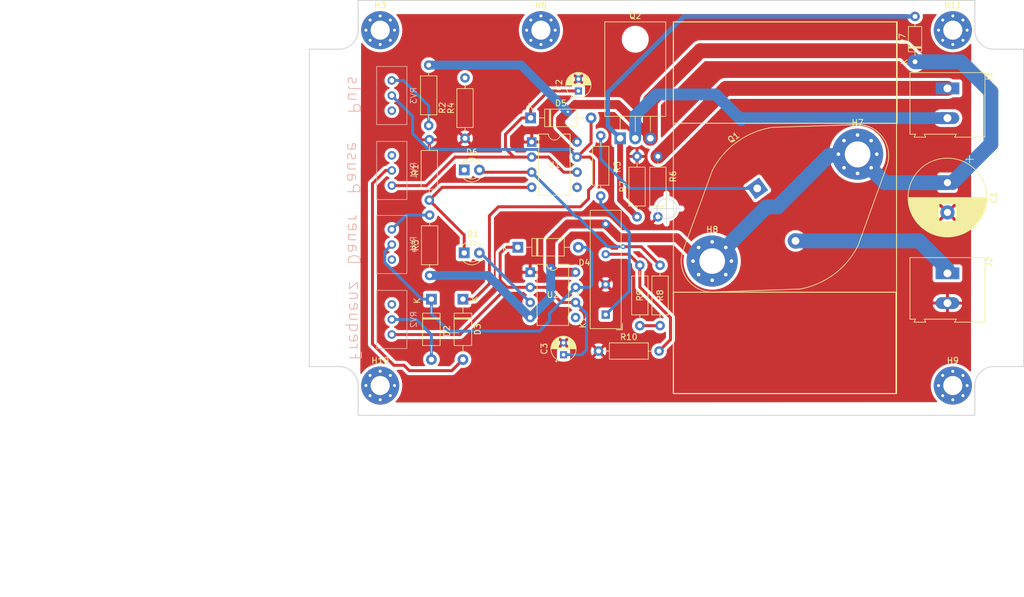
<source format=kicad_pcb>
(kicad_pcb (version 20211014) (generator pcbnew)
  (layers (0 "F.Cu" signal) (31 "B.Cu" signal) (34 "B.Paste" user) (35 "F.Paste" user) (36 "B.SilkS" user "B.Silkscreen") (37 "F.SilkS" user "F.Silkscreen") (38 "B.Mask" user) (39 "F.Mask" user) (44 "Edge.Cuts" user))
  (net 0 "")
  (net 1 "+12V")
  (net 2 "GND")
  (net 3 "Net-(C2-Pad1)")
  (net 4 "Net-(C3-Pad1)")
  (net 5 "Net-(D1-Pad1)")
  (net 6 "Net-(D1-Pad2)")
  (net 7 "Net-(D2-Pad1)")
  (net 8 "Net-(D2-Pad2)")
  (net 9 "Net-(D3-Pad1)")
  (net 10 "Net-(D3-Pad2)")
  (net 11 "Net-(D6-Pad1)")
  (net 12 "Net-(D6-Pad2)")
  (net 13 "Net-(K1-Pad1)")
  (net 14 "Net-(R2-Pad2)")
  (net 15 "Net-(R3-Pad2)")
  (net 22 "Net-(D7-Pad2)")
  (net 23 "/PowerIn-")
  (net 24 "/PowerIn+")
  (net 25 "Net-(Q1-Pad1)")
  (net 26 "Net-(Q1-Pad2)")
  (net 27 "Net-(K1-Pad5)")
  (net 28 "Net-(R8-Pad1)")
  (footprint "Package_DIP:DIP-8_W7.62mm" (layer "F.Cu") (at 134.15 83.33)
    (fp_text reference "U1" (at 3.8 3.8) (layer "F.SilkS"))
    (fp_text value "LM555xN")
    (pad "1" thru_hole rect (at 0 0) (size 1.6 1.6) (drill 0.8) (layers *.Cu *.Mask) (net 2 "GND"))
    (pad "2" thru_hole oval (at 0 2.54) (size 1.6 1.6) (drill 0.8) (layers *.Cu *.Mask) (net 3 "Net-(C2-Pad1)"))
    (pad "3" thru_hole oval (at 0 5.08) (size 1.6 1.6) (drill 0.8) (layers *.Cu *.Mask) (net 12 "Net-(D6-Pad2)"))
    (pad "4" thru_hole oval (at 0 7.62) (size 1.6 1.6) (drill 0.8) (layers *.Cu *.Mask) (net 5 "Net-(D1-Pad1)"))
    (pad "5" thru_hole oval (at 7.62 7.62) (size 1.6 1.6) (drill 0.8) (layers *.Cu *.Mask))
    (pad "6" thru_hole oval (at 7.62 5.08) (size 1.6 1.6) (drill 0.8) (layers *.Cu *.Mask) (net 3 "Net-(C2-Pad1)"))
    (pad "7" thru_hole oval (at 7.62 2.54) (size 1.6 1.6) (drill 0.8) (layers *.Cu *.Mask) (net 9 "Net-(D3-Pad1)"))
    (pad "8" thru_hole oval (at 7.62 0) (size 1.6 1.6) (drill 0.8) (layers *.Cu *.Mask) (net 1 "+12V"))
  )
  (footprint "Package_TO_SOT_THT:TO-3" (layer "F.Cu") (at 172.050001 91.130001 36)
    (fp_text reference "Q1" (at 1.8 -9.25 36) (layer "F.SilkS"))
    (fp_text value "Q_NPN_Darlington_BEC")
    (pad "1" thru_hole rect (at 0 0 36) (size 2.6 2.6) (drill 1.3) (layers *.Cu *.Mask) (net 25 "Net-(Q1-Pad1)"))
    (pad "2" thru_hole circle (at 0 10.92 36) (size 2.6 2.6) (drill 1.3) (layers *.Cu *.Mask) (net 26 "Net-(Q1-Pad2)"))
    (pad "3" thru_hole circle (at -13.3 5.45 36) (size 6.35 6.35) (drill 4) (layers *.Cu *.Mask) (net 1 "+12V"))
    (pad "3" thru_hole circle (at 16.9 5.45 36) (size 6.35 6.35) (drill 4) (layers *.Cu *.Mask) (net 1 "+12V"))
  )
  (footprint "Resistor_THT:R_Axial_DIN0207_L6.3mm_D2.5mm_P10.16mm_Horizontal" (layer "F.Cu") (at 152.3175 104.0525 -90)
    (fp_text reference "R9" (at 5.08 0 90) (layer "F.SilkS"))
    (fp_text value "R")
    (pad "1" thru_hole circle (at 0 0 270) (size 1.6 1.6) (drill 0.8) (layers *.Cu *.Mask) (net 27 "Net-(K1-Pad5)"))
    (pad "2" thru_hole oval (at 10.16 0 270) (size 1.6 1.6) (drill 0.8) (layers *.Cu *.Mask) (net 28 "Net-(R8-Pad1)"))
  )
  (footprint "MountingHole:MountingHole_3.2mm_M3_Pad_Via" (layer "F.Cu") (at 204.9 64.53)
    (fp_text reference "H11" (at 0 -4.2) (layer "F.SilkS"))
    (fp_text value "MountingHole")
    (pad "1" thru_hole circle (at -2.4 0) (size 0.8 0.8) (drill 0.5) (layers *.Cu *.Mask))
    (pad "1" thru_hole circle (at 2.4 0) (size 0.8 0.8) (drill 0.5) (layers *.Cu *.Mask))
    (pad "1" thru_hole circle (at 0 0) (size 6.4 6.4) (drill 3.2) (layers *.Cu *.Mask))
    (pad "1" thru_hole circle (at 1.697056 1.697056) (size 0.8 0.8) (drill 0.5) (layers *.Cu *.Mask))
    (pad "1" thru_hole circle (at -1.697056 -1.697056) (size 0.8 0.8) (drill 0.5) (layers *.Cu *.Mask))
    (pad "1" thru_hole circle (at 0 2.4) (size 0.8 0.8) (drill 0.5) (layers *.Cu *.Mask))
    (pad "1" thru_hole circle (at -1.697056 1.697056) (size 0.8 0.8) (drill 0.5) (layers *.Cu *.Mask))
    (pad "1" thru_hole circle (at 1.697056 -1.697056) (size 0.8 0.8) (drill 0.5) (layers *.Cu *.Mask))
    (pad "1" thru_hole circle (at 0 -2.4) (size 0.8 0.8) (drill 0.5) (layers *.Cu *.Mask))
  )
  (footprint "Relay_THT:Relay_SPST_StandexMeder_SIL_Form1A" (layer "F.Cu") (at 146.5825 112.3625 90)
    (fp_text reference "K1" (at -1.3175 -3.8325 90) (layer "F.SilkS"))
    (fp_text value "SILxx-1Axx-71x")
    (pad "1" thru_hole rect (at 0 0 90) (size 1.4 1.4) (drill 0.7) (layers *.Cu *.Mask) (net 13 "Net-(K1-Pad1)"))
    (pad "3" thru_hole circle (at 5.08 0 90) (size 1.4 1.4) (drill 0.7) (layers *.Cu *.Mask) (net 2 "GND"))
    (pad "5" thru_hole circle (at 10.16 0 90) (size 1.4 1.4) (drill 0.7) (layers *.Cu *.Mask) (net 27 "Net-(K1-Pad5)"))
    (pad "7" thru_hole circle (at 15.24 0 90) (size 1.4 1.4) (drill 0.7) (layers *.Cu *.Mask) (net 1 "+12V"))
  )
  (footprint "MountingHole:MountingHole_3.2mm_M3_Pad_Via" (layer "F.Cu") (at 135.7 64.53)
    (fp_text reference "H6" (at 0 -4.2) (layer "F.SilkS"))
    (fp_text value "MountingHole")
    (pad "1" thru_hole circle (at -1.697056 1.697056) (size 0.8 0.8) (drill 0.5) (layers *.Cu *.Mask))
    (pad "1" thru_hole circle (at 0 -2.4) (size 0.8 0.8) (drill 0.5) (layers *.Cu *.Mask))
    (pad "1" thru_hole circle (at -2.4 0) (size 0.8 0.8) (drill 0.5) (layers *.Cu *.Mask))
    (pad "1" thru_hole circle (at -1.697056 -1.697056) (size 0.8 0.8) (drill 0.5) (layers *.Cu *.Mask))
    (pad "1" thru_hole circle (at 1.697056 -1.697056) (size 0.8 0.8) (drill 0.5) (layers *.Cu *.Mask))
    (pad "1" thru_hole circle (at 0 0) (size 6.4 6.4) (drill 3.2) (layers *.Cu *.Mask))
    (pad "1" thru_hole circle (at 1.697056 1.697056) (size 0.8 0.8) (drill 0.5) (layers *.Cu *.Mask))
    (pad "1" thru_hole circle (at 2.4 0) (size 0.8 0.8) (drill 0.5) (layers *.Cu *.Mask))
    (pad "1" thru_hole circle (at 0 2.4) (size 0.8 0.8) (drill 0.5) (layers *.Cu *.Mask))
  )
  (footprint "Diode_THT:D_DO-35_SOD27_P7.62mm_Horizontal" (layer "F.Cu") (at 198.55 69.84 90)
    (fp_text reference "D7" (at 3.81 -2.12 90) (layer "F.SilkS"))
    (fp_text value "D_Zener-10V")
    (fp_text user "K" (at 0 -1.8 90) (layer "F.SilkS"))
    (pad "1" thru_hole rect (at 0 0 90) (size 1.6 1.6) (drill 0.8) (layers *.Cu *.Mask) (net 1 "+12V"))
    (pad "2" thru_hole oval (at 7.62 0 90) (size 1.6 1.6) (drill 0.8) (layers *.Cu *.Mask) (net 22 "Net-(D7-Pad2)"))
  )
  (footprint "Resistor_THT:R_Axial_DIN0207_L6.3mm_D2.5mm_P10.16mm_Horizontal" (layer "F.Cu") (at 151.85 95.91 90)
    (fp_text reference "R7" (at 5.08 -2.37 90) (layer "F.SilkS"))
    (fp_text value "100K")
    (pad "1" thru_hole circle (at 0 0 90) (size 1.6 1.6) (drill 0.8) (layers *.Cu *.Mask) (net 22 "Net-(D7-Pad2)"))
    (pad "2" thru_hole oval (at 10.16 0 90) (size 1.6 1.6) (drill 0.8) (layers *.Cu *.Mask) (net 2 "GND"))
  )
  (footprint "Capacitor_THT:CP_Radial_D13.0mm_P5.00mm" (layer "F.Cu") (at 204 90.164785 -90)
    (fp_text reference "C1" (at 2.5 -7.75 90) (layer "F.SilkS"))
    (fp_text value "C_Polarized")
    (pad "1" thru_hole rect (at 0 0 270) (size 2.4 2.4) (drill 1.2) (layers *.Cu *.Mask) (net 1 "+12V"))
    (pad "2" thru_hole circle (at 5 0 270) (size 2.4 2.4) (drill 1.2) (layers *.Cu *.Mask) (net 2 "GND"))
  )
  (footprint "LED_THT:LED_D3.0mm" (layer "F.Cu") (at 122.815 101.98)
    (fp_text reference "D1" (at 1.475 -3.2) (layer "F.SilkS"))
    (fp_text value "LED")
    (pad "1" thru_hole rect (at 0 0) (size 1.8 1.8) (drill 0.9) (layers *.Cu *.Mask) (net 5 "Net-(D1-Pad1)"))
    (pad "2" thru_hole circle (at 2.54 0) (size 1.8 1.8) (drill 0.9) (layers *.Cu *.Mask) (net 6 "Net-(D1-Pad2)"))
  )
  (footprint "Diode_THT:D_A-405_P10.16mm_Horizontal" (layer "F.Cu") (at 133.97 79.28)
    (fp_text reference "D5" (at 5.08 -2.47) (layer "F.SilkS"))
    (fp_text value "D")
    (fp_text user "K" (at 0 -1.9) (layer "F.SilkS"))
    (pad "1" thru_hole rect (at 0 0) (size 1.8 1.8) (drill 0.9) (layers *.Cu *.Mask) (net 3 "Net-(C2-Pad1)"))
    (pad "2" thru_hole oval (at 10.16 0) (size 1.8 1.8) (drill 0.9) (layers *.Cu *.Mask) (net 9 "Net-(D3-Pad1)"))
  )
  (footprint "Diode_THT:D_A-405_P10.16mm_Horizontal" (layer "F.Cu") (at 122.6 109.75 -90)
    (fp_text reference "D3" (at 5.08 -2.47 90) (layer "F.SilkS"))
    (fp_text value "D")
    (fp_text user "K" (at 0 -1.9 90) (layer "F.SilkS"))
    (pad "1" thru_hole rect (at 0 0 270) (size 1.8 1.8) (drill 0.9) (layers *.Cu *.Mask) (net 9 "Net-(D3-Pad1)"))
    (pad "2" thru_hole oval (at 10.16 0 270) (size 1.8 1.8) (drill 0.9) (layers *.Cu *.Mask) (net 10 "Net-(D3-Pad2)"))
  )
  (footprint "MountingHole:MountingHole_4.3mm_M4_Pad_Via" (layer "F.Cu") (at 188.9 85.38)
    (fp_text reference "H7" (at 0 -5.3) (layer "F.SilkS"))
    (fp_text value "MountingHole_Pad")
    (pad "1" thru_hole circle (at 0 0) (size 8.6 8.6) (drill 4.3) (layers *.Cu *.Mask) (net 1 "+12V"))
    (pad "1" thru_hole circle (at -2.280419 -2.280419) (size 0.9 0.9) (drill 0.6) (layers *.Cu *.Mask) (net 1 "+12V"))
    (pad "1" thru_hole circle (at 2.280419 2.280419) (size 0.9 0.9) (drill 0.6) (layers *.Cu *.Mask) (net 1 "+12V"))
    (pad "1" thru_hole circle (at 0 -3.225) (size 0.9 0.9) (drill 0.6) (layers *.Cu *.Mask) (net 1 "+12V"))
    (pad "1" thru_hole circle (at 3.225 0) (size 0.9 0.9) (drill 0.6) (layers *.Cu *.Mask) (net 1 "+12V"))
    (pad "1" thru_hole circle (at -2.280419 2.280419) (size 0.9 0.9) (drill 0.6) (layers *.Cu *.Mask) (net 1 "+12V"))
    (pad "1" thru_hole circle (at 2.280419 -2.280419) (size 0.9 0.9) (drill 0.6) (layers *.Cu *.Mask) (net 1 "+12V"))
    (pad "1" thru_hole circle (at -3.225 0) (size 0.9 0.9) (drill 0.6) (layers *.Cu *.Mask) (net 1 "+12V"))
    (pad "1" thru_hole circle (at 0 3.225) (size 0.9 0.9) (drill 0.6) (layers *.Cu *.Mask) (net 1 "+12V"))
  )
  (footprint "TerminalBlock:TerminalBlock_Altech_AK300-2_P5.00mm" (layer "F.Cu") (at 204 74.315 -90)
    (fp_text reference "J1" (at -1.92 -6.99 90) (layer "F.SilkS"))
    (fp_text value "Screw_Terminal_01x02")
    (pad "1" thru_hole rect (at 0 0 270) (size 1.98 3.96) (drill 1.32) (layers *.Cu *.Mask) (net 23 "/PowerIn-"))
    (pad "2" thru_hole oval (at 5 0 270) (size 1.98 3.96) (drill 1.32) (layers *.Cu *.Mask) (net 24 "/PowerIn+"))
  )
  (footprint "MountingHole:MountingHole_3.2mm_M3_Pad_Via" (layer "F.Cu") (at 204.9 124.28)
    (fp_text reference "H9" (at 0 -4.2) (layer "F.SilkS"))
    (fp_text value "MountingHole")
    (pad "1" thru_hole circle (at 1.697056 1.697056) (size 0.8 0.8) (drill 0.5) (layers *.Cu *.Mask))
    (pad "1" thru_hole circle (at 0 0) (size 6.4 6.4) (drill 3.2) (layers *.Cu *.Mask))
    (pad "1" thru_hole circle (at -2.4 0) (size 0.8 0.8) (drill 0.5) (layers *.Cu *.Mask))
    (pad "1" thru_hole circle (at 1.697056 -1.697056) (size 0.8 0.8) (drill 0.5) (layers *.Cu *.Mask))
    (pad "1" thru_hole circle (at 2.4 0) (size 0.8 0.8) (drill 0.5) (layers *.Cu *.Mask))
    (pad "1" thru_hole circle (at -1.697056 -1.697056) (size 0.8 0.8) (drill 0.5) (layers *.Cu *.Mask))
    (pad "1" thru_hole circle (at 0 2.4) (size 0.8 0.8) (drill 0.5) (layers *.Cu *.Mask))
    (pad "1" thru_hole circle (at 0 -2.4) (size 0.8 0.8) (drill 0.5) (layers *.Cu *.Mask))
    (pad "1" thru_hole circle (at -1.697056 1.697056) (size 0.8 0.8) (drill 0.5) (layers *.Cu *.Mask))
  )
  (footprint "MountingHole:MountingHole_3.2mm_M3_Pad_Via" (layer "F.Cu") (at 108.7 64.53)
    (fp_text reference "H3" (at 0 -4.2) (layer "F.SilkS"))
    (fp_text value "MountingHole")
    (pad "1" thru_hole circle (at 0 -2.4) (size 0.8 0.8) (drill 0.5) (layers *.Cu *.Mask))
    (pad "1" thru_hole circle (at -1.697056 -1.697056) (size 0.8 0.8) (drill 0.5) (layers *.Cu *.Mask))
    (pad "1" thru_hole circle (at -2.4 0) (size 0.8 0.8) (drill 0.5) (layers *.Cu *.Mask))
    (pad "1" thru_hole circle (at 0 2.4) (size 0.8 0.8) (drill 0.5) (layers *.Cu *.Mask))
    (pad "1" thru_hole circle (at -1.697056 1.697056) (size 0.8 0.8) (drill 0.5) (layers *.Cu *.Mask))
    (pad "1" thru_hole circle (at 1.697056 1.697056) (size 0.8 0.8) (drill 0.5) (layers *.Cu *.Mask))
    (pad "1" thru_hole circle (at 0 0) (size 6.4 6.4) (drill 3.2) (layers *.Cu *.Mask))
    (pad "1" thru_hole circle (at 1.697056 -1.697056) (size 0.8 0.8) (drill 0.5) (layers *.Cu *.Mask))
    (pad "1" thru_hole circle (at 2.4 0) (size 0.8 0.8) (drill 0.5) (layers *.Cu *.Mask))
  )
  (footprint "Resistor_THT:R_Axial_DIN0207_L6.3mm_D2.5mm_P10.16mm_Horizontal" (layer "F.Cu") (at 145.3875 118.4825)
    (fp_text reference "R10" (at 5.08 -2.37) (layer "F.SilkS"))
    (fp_text value "R")
    (pad "1" thru_hole circle (at 0 0) (size 1.6 1.6) (drill 0.8) (layers *.Cu *.Mask) (net 2 "GND"))
    (pad "2" thru_hole oval (at 10.16 0) (size 1.6 1.6) (drill 0.8) (layers *.Cu *.Mask) (net 27 "Net-(K1-Pad5)"))
  )
  (footprint "Capacitor_THT:CP_Radial_D4.0mm_P2.00mm" (layer "F.Cu") (at 139.5 119.1026 90)
    (fp_text reference "C3" (at 1 -3.25 90) (layer "F.SilkS"))
    (fp_text value "1uF  50V")
    (pad "1" thru_hole rect (at 0 0 90) (size 1.2 1.2) (drill 0.6) (layers *.Cu *.Mask) (net 4 "Net-(C3-Pad1)"))
    (pad "2" thru_hole circle (at 2 0 90) (size 1.2 1.2) (drill 0.6) (layers *.Cu *.Mask) (net 2 "GND"))
  )
  (footprint "Package_TO_SOT_THT:TO-220-3_Horizontal_TabDown" (layer "F.Cu") (at 149.01 82.71)
    (fp_text reference "Q2" (at 2.54 -20.58) (layer "F.SilkS"))
    (fp_text value "IRF5305-Reverse-Polarity" hide)
    (pad "" np_thru_hole oval (at 2.54 -16.66) (size 3.5 3.5) (drill 3.5) (layers *.Cu *.Mask))
    (pad "1" thru_hole rect (at 0 0) (size 1.905 2) (drill 1.1) (layers *.Cu *.Mask) (net 22 "Net-(D7-Pad2)"))
    (pad "2" thru_hole oval (at 2.54 0) (size 1.905 2) (drill 1.1) (layers *.Cu *.Mask) (net 24 "/PowerIn+"))
    (pad "3" thru_hole oval (at 5.08 0) (size 1.905 2) (drill 1.1) (layers *.Cu *.Mask) (net 1 "+12V"))
  )
  (footprint "Resistor_THT:R_Axial_DIN0207_L6.3mm_D2.5mm_P10.16mm_Horizontal" (layer "F.Cu") (at 117 105.78 90)
    (fp_text reference "R3" (at 5.08 -2.37 90) (layer "F.SilkS"))
    (fp_text value "R")
    (pad "1" thru_hole circle (at 0 0 90) (size 1.6 1.6) (drill 0.8) (layers *.Cu *.Mask) (net 1 "+12V"))
    (pad "2" thru_hole oval (at 10.16 0 90) (size 1.6 1.6) (drill 0.8) (layers *.Cu *.Mask) (net 15 "Net-(R3-Pad2)"))
  )
  (footprint "Resistor_THT:R_Axial_DIN0207_L6.3mm_D2.5mm_P10.16mm_Horizontal" (layer "F.Cu") (at 116.95 93.11 90)
    (fp_text reference "R1" (at 5.08 -2.37 90) (layer "F.SilkS"))
    (fp_text value "R")
    (pad "1" thru_hole circle (at 0 0 90) (size 1.6 1.6) (drill 0.8) (layers *.Cu *.Mask) (net 5 "Net-(D1-Pad1)"))
    (pad "2" thru_hole oval (at 10.16 0 90) (size 1.6 1.6) (drill 0.8) (layers *.Cu *.Mask) (net 2 "GND"))
  )
  (footprint "Diode_THT:D_A-405_P10.16mm_Horizontal" (layer "F.Cu") (at 131.82 101.03)
    (fp_text reference "D4" (at 11.18 2.6) (layer "F.SilkS"))
    (fp_text value "D")
    (fp_text user "K" (at -2.12 0.1) (layer "F.SilkS"))
    (pad "1" thru_hole rect (at 0 0) (size 1.8 1.8) (drill 0.9) (layers *.Cu *.Mask) (net 4 "Net-(C3-Pad1)"))
    (pad "2" thru_hole oval (at 10.16 0) (size 1.8 1.8) (drill 0.9) (layers *.Cu *.Mask) (net 7 "Net-(D2-Pad1)"))
  )
  (footprint "TerminalBlock:TerminalBlock_Altech_AK300-2_P5.00mm" (layer "F.Cu") (at 204 105.415 -90)
    (fp_text reference "J2" (at -1.92 -6.99 90) (layer "F.SilkS"))
    (fp_text value "Screw_Terminal_01x02")
    (pad "1" thru_hole rect (at 0 0 270) (size 1.98 3.96) (drill 1.32) (layers *.Cu *.Mask) (net 26 "Net-(Q1-Pad2)"))
    (pad "2" thru_hole oval (at 5 0 270) (size 1.98 3.96) (drill 1.32) (layers *.Cu *.Mask) (net 2 "GND"))
  )
  (footprint "Resistor_THT:R_Axial_DIN0207_L6.3mm_D2.5mm_P10.16mm_Horizontal" (layer "F.Cu") (at 116.85 70.4 -90)
    (fp_text reference "R2" (at 7.18 -2.3 90) (layer "F.SilkS"))
    (fp_text value "R")
    (pad "1" thru_hole circle (at 0 0 270) (size 1.6 1.6) (drill 0.8) (layers *.Cu *.Mask) (net 1 "+12V"))
    (pad "2" thru_hole oval (at 10.16 0 270) (size 1.6 1.6) (drill 0.8) (layers *.Cu *.Mask) (net 14 "Net-(R2-Pad2)"))
  )
  (footprint "Resistor_THT:R_Axial_DIN0207_L6.3mm_D2.5mm_P10.16mm_Horizontal" (layer "F.Cu") (at 155.7175 114.2125 90)
    (fp_text reference "R8" (at 5.08 0 90) (layer "F.SilkS"))
    (fp_text value "R")
    (pad "1" thru_hole circle (at 0 0 90) (size 1.6 1.6) (drill 0.8) (layers *.Cu *.Mask) (net 28 "Net-(R8-Pad1)"))
    (pad "2" thru_hole oval (at 10.16 0 90) (size 1.6 1.6) (drill 0.8) (layers *.Cu *.Mask) (net 12 "Net-(D6-Pad2)"))
  )
  (footprint "Diode_THT:D_A-405_P10.16mm_Horizontal" (layer "F.Cu") (at 117.3 109.75 -90)
    (fp_text reference "D2" (at 5.38 -2.6 90) (layer "F.SilkS"))
    (fp_text value "D")
    (fp_text user "K" (at 0.28 2.4 90) (layer "F.SilkS"))
    (pad "1" thru_hole rect (at 0 0 270) (size 1.8 1.8) (drill 0.9) (layers *.Cu *.Mask) (net 7 "Net-(D2-Pad1)"))
    (pad "2" thru_hole oval (at 10.16 0 270) (size 1.8 1.8) (drill 0.9) (layers *.Cu *.Mask) (net 8 "Net-(D2-Pad2)"))
  )
  (footprint "LED_THT:LED_D3.0mm" (layer "F.Cu") (at 122.82 88.03)
    (fp_text reference "D6" (at 1.27 -2.96) (layer "F.SilkS"))
    (fp_text value "LED")
    (pad "1" thru_hole rect (at 0 0) (size 1.8 1.8) (drill 0.9) (layers *.Cu *.Mask) (net 11 "Net-(D6-Pad1)"))
    (pad "2" thru_hole circle (at 2.54 0) (size 1.8 1.8) (drill 0.9) (layers *.Cu *.Mask) (net 12 "Net-(D6-Pad2)"))
  )
  (footprint "Resistor_THT:R_Axial_DIN0207_L6.3mm_D2.5mm_P10.16mm_Horizontal" (layer "F.Cu") (at 155.35 95.91 90)
    (fp_text reference "R6" (at 6.78 2.55 90) (layer "F.SilkS"))
    (fp_text value "0")
    (pad "1" thru_hole circle (at 0 0 90) (size 1.6 1.6) (drill 0.8) (layers *.Cu *.Mask) (net 2 "GND"))
    (pad "2" thru_hole oval (at 10.16 0 90) (size 1.6 1.6) (drill 0.8) (layers *.Cu *.Mask) (net 23 "/PowerIn-"))
  )
  (footprint "Resistor_THT:R_Axial_DIN0207_L6.3mm_D2.5mm_P10.16mm_Horizontal" (layer "F.Cu") (at 122.95 82.71 90)
    (fp_text reference "R4" (at 5.08 -2.37 90) (layer "F.SilkS"))
    (fp_text value "R")
    (pad "1" thru_hole circle (at 0 0 90) (size 1.6 1.6) (drill 0.8) (layers *.Cu *.Mask) (net 2 "GND"))
    (pad "2" thru_hole oval (at 10.16 0 90) (size 1.6 1.6) (drill 0.8) (layers *.Cu *.Mask) (net 11 "Net-(D6-Pad1)"))
  )
  (footprint "Capacitor_THT:CP_Radial_D4.0mm_P2.00mm" (layer "F.Cu") (at 142 74.7526 90)
    (fp_text reference "C2" (at 1 -3.25 90) (layer "F.SilkS"))
    (fp_text value "1uF  50V")
    (pad "1" thru_hole rect (at 0 0 90) (size 1.2 1.2) (drill 0.6) (layers *.Cu *.Mask) (net 3 "Net-(C2-Pad1)"))
    (pad "2" thru_hole circle (at 2 0 90) (size 1.2 1.2) (drill 0.6) (layers *.Cu *.Mask) (net 2 "GND"))
  )
  (footprint "MountingHole:MountingHole_3.2mm_M3_Pad_Via" (layer "F.Cu") (at 108.7 124.28)
    (fp_text reference "H10" (at 0 -4.2) (layer "F.SilkS"))
    (fp_text value "MountingHole")
    (pad "1" thru_hole circle (at -1.697056 -1.697056) (size 0.8 0.8) (drill 0.5) (layers *.Cu *.Mask))
    (pad "1" thru_hole circle (at 1.697056 1.697056) (size 0.8 0.8) (drill 0.5) (layers *.Cu *.Mask))
    (pad "1" thru_hole circle (at -2.4 0) (size 0.8 0.8) (drill 0.5) (layers *.Cu *.Mask))
    (pad "1" thru_hole circle (at 1.697056 -1.697056) (size 0.8 0.8) (drill 0.5) (layers *.Cu *.Mask))
    (pad "1" thru_hole circle (at 2.4 0) (size 0.8 0.8) (drill 0.5) (layers *.Cu *.Mask))
    (pad "1" thru_hole circle (at -1.697056 1.697056) (size 0.8 0.8) (drill 0.5) (layers *.Cu *.Mask))
    (pad "1" thru_hole circle (at 0 -2.4) (size 0.8 0.8) (drill 0.5) (layers *.Cu *.Mask))
    (pad "1" thru_hole circle (at 0 0) (size 6.4 6.4) (drill 3.2) (layers *.Cu *.Mask))
    (pad "1" thru_hole circle (at 0 2.4) (size 0.8 0.8) (drill 0.5) (layers *.Cu *.Mask))
  )
  (footprint "Package_DIP:DIP-8_W7.62mm" (layer "F.Cu") (at 133.9 105.23)
    (fp_text reference "U2" (at 3.8 3.8) (layer "F.SilkS"))
    (fp_text value "LM555xN")
    (pad "1" thru_hole rect (at 0 0) (size 1.6 1.6) (drill 0.8) (layers *.Cu *.Mask) (net 2 "GND"))
    (pad "2" thru_hole oval (at 0 2.54) (size 1.6 1.6) (drill 0.8) (layers *.Cu *.Mask) (net 4 "Net-(C3-Pad1)"))
    (pad "3" thru_hole oval (at 0 5.08) (size 1.6 1.6) (drill 0.8) (layers *.Cu *.Mask) (net 6 "Net-(D1-Pad2)"))
    (pad "4" thru_hole oval (at 0 7.62) (size 1.6 1.6) (drill 0.8) (layers *.Cu *.Mask) (net 1 "+12V"))
    (pad "5" thru_hole oval (at 7.62 7.62) (size 1.6 1.6) (drill 0.8) (layers *.Cu *.Mask))
    (pad "6" thru_hole oval (at 7.62 5.08) (size 1.6 1.6) (drill 0.8) (layers *.Cu *.Mask) (net 4 "Net-(C3-Pad1)"))
    (pad "7" thru_hole oval (at 7.62 2.54) (size 1.6 1.6) (drill 0.8) (layers *.Cu *.Mask) (net 7 "Net-(D2-Pad1)"))
    (pad "8" thru_hole oval (at 7.62 0) (size 1.6 1.6) (drill 0.8) (layers *.Cu *.Mask) (net 1 "+12V"))
  )
  (footprint "Resistor_THT:R_Axial_DIN0207_L6.3mm_D2.5mm_P10.16mm_Horizontal" (layer "F.Cu") (at 145.75 82.25 -90)
    (fp_text reference "R5" (at 5.28 -2.8 90) (layer "F.SilkS"))
    (fp_text value "R")
    (pad "1" thru_hole circle (at 0 0 270) (size 1.6 1.6) (drill 0.8) (layers *.Cu *.Mask) (net 25 "Net-(Q1-Pad1)"))
    (pad "2" thru_hole oval (at 10.16 0 270) (size 1.6 1.6) (drill 0.8) (layers *.Cu *.Mask) (net 13 "Net-(K1-Pad1)"))
  )
  (footprint "MountingHole:MountingHole_4.3mm_M4_Pad_Via" (layer "F.Cu") (at 164.475681 103.350082)
    (fp_text reference "H8" (at 0 -5.3) (layer "F.SilkS"))
    (fp_text value "MountingHole_Pad")
    (pad "1" thru_hole circle (at 2.280419 2.280419) (size 0.9 0.9) (drill 0.6) (layers *.Cu *.Mask) (net 1 "+12V"))
    (pad "1" thru_hole circle (at 0 0) (size 8.6 8.6) (drill 4.3) (layers *.Cu *.Mask) (net 1 "+12V"))
    (pad "1" thru_hole circle (at -2.280419 2.280419) (size 0.9 0.9) (drill 0.6) (layers *.Cu *.Mask) (net 1 "+12V"))
    (pad "1" thru_hole circle (at 0 3.225) (size 0.9 0.9) (drill 0.6) (layers *.Cu *.Mask) (net 1 "+12V"))
    (pad "1" thru_hole circle (at -2.280419 -2.280419) (size 0.9 0.9) (drill 0.6) (layers *.Cu *.Mask) (net 1 "+12V"))
    (pad "1" thru_hole circle (at 2.280419 -2.280419) (size 0.9 0.9) (drill 0.6) (layers *.Cu *.Mask) (net 1 "+12V"))
    (pad "1" thru_hole circle (at -3.225 0) (size 0.9 0.9) (drill 0.6) (layers *.Cu *.Mask) (net 1 "+12V"))
    (pad "1" thru_hole circle (at 0 -3.225) (size 0.9 0.9) (drill 0.6) (layers *.Cu *.Mask) (net 1 "+12V"))
    (pad "1" thru_hole circle (at 3.225 0) (size 0.9 0.9) (drill 0.6) (layers *.Cu *.Mask) (net 1 "+12V"))
  )
  (footprint "Potentiometer_THT:Potentiometer_Bourns_3296W_Vertical" (layer "B.Cu") (at 110.65 98.03 90)
    (fp_text reference "RV4" (at -2.54 3.66 90) (layer "B.SilkS") (effects (justify mirror)))
    (fp_text value "R_Potentiometer")
    (pad "1" thru_hole circle (at 0 0 90) (size 1.44 1.44) (drill 0.8) (layers *.Cu *.Mask) (net 15 "Net-(R3-Pad2)"))
    (pad "2" thru_hole circle (at -2.54 0 90) (size 1.44 1.44) (drill 0.8) (layers *.Cu *.Mask) (net 7 "Net-(D2-Pad1)"))
    (pad "3" thru_hole circle (at -5.08 0 90) (size 1.44 1.44) (drill 0.8) (layers *.Cu *.Mask))
  )
  (footprint "Potentiometer_THT:Potentiometer_Bourns_3296W_Vertical" (layer "B.Cu") (at 110.65 72.98 90)
    (fp_text reference "RV3" (at -2.54 3.66 90) (layer "B.SilkS") (effects (justify mirror)))
    (fp_text value "R_Potentiometer")
    (pad "1" thru_hole circle (at 0 0 90) (size 1.44 1.44) (drill 0.8) (layers *.Cu *.Mask) (net 14 "Net-(R2-Pad2)"))
    (pad "2" thru_hole circle (at -2.54 0 90) (size 1.44 1.44) (drill 0.8) (layers *.Cu *.Mask) (net 9 "Net-(D3-Pad1)"))
    (pad "3" thru_hole circle (at -5.08 0 90) (size 1.44 1.44) (drill 0.8) (layers *.Cu *.Mask))
  )
  (footprint "Potentiometer_THT:Potentiometer_Bourns_3296W_Vertical" (layer "B.Cu") (at 110.65 110.63 90)
    (fp_text reference "RV2" (at -2.54 3.66 90) (layer "B.SilkS") (effects (justify mirror)))
    (fp_text value "R_Potentiometer")
    (pad "1" thru_hole circle (at 0 0 90) (size 1.44 1.44) (drill 0.8) (layers *.Cu *.Mask))
    (pad "2" thru_hole circle (at -2.54 0 90) (size 1.44 1.44) (drill 0.8) (layers *.Cu *.Mask) (net 8 "Net-(D2-Pad2)"))
    (pad "3" thru_hole circle (at -5.08 0 90) (size 1.44 1.44) (drill 0.8) (layers *.Cu *.Mask) (net 4 "Net-(C3-Pad1)"))
  )
  (footprint "Potentiometer_THT:Potentiometer_Bourns_3296W_Vertical" (layer "B.Cu") (at 110.65 85.58 90)
    (fp_text reference "RV1" (at -2.54 3.66 90) (layer "B.SilkS") (effects (justify mirror)))
    (fp_text value "R_Potentiometer")
    (pad "1" thru_hole circle (at 0 0 90) (size 1.44 1.44) (drill 0.8) (layers *.Cu *.Mask))
    (pad "2" thru_hole circle (at -2.54 0 90) (size 1.44 1.44) (drill 0.8) (layers *.Cu *.Mask) (net 10 "Net-(D3-Pad2)"))
    (pad "3" thru_hole circle (at -5.08 0 90) (size 1.44 1.44) (drill 0.8) (layers *.Cu *.Mask) (net 3 "Net-(C2-Pad1)"))
  )
  (gr_rect (start 157.95 63.13) (end 195.45 125.63) (layer "F.SilkS") (width 0.15) (fill none))
  (gr_rect (start 157.95 63.13) (end 195.55 80.18) (layer "F.SilkS") (width 0.15) (fill none))
  (gr_rect (start 195.35 125.63) (end 157.95 108.58) (layer "F.SilkS") (width 0.15) (fill none))
  (gr_line (start 101.8 121.08) (end 96.8 121.08) (layer "Edge.Cuts") (width 0.15))
  (gr_line (start 105 64.53) (end 105 59.53) (layer "Edge.Cuts") (width 0.15))
  (gr_line (start 208.6 124.28) (end 208.6 129.28) (layer "Edge.Cuts") (width 0.15))
  (gr_line (start 208.6 64.53) (end 208.6 59.53) (layer "Edge.Cuts") (width 0.15))
  (gr_line (start 105 59.53) (end 208.6 59.53) (layer "Edge.Cuts") (width 0.15))
  (gr_arc (start 208.6 124.28) (mid 209.537258 122.017258) (end 211.8 121.08) (layer "Edge.Cuts") (width 0.15))
  (gr_line (start 208.6 129.28) (end 105 129.28) (layer "Edge.Cuts") (width 0.15))
  (gr_line (start 105 124.28) (end 105 129.28) (layer "Edge.Cuts") (width 0.15))
  (gr_arc (start 101.8 121.08) (mid 104.062742 122.017258) (end 105 124.28) (layer "Edge.Cuts") (width 0.15))
  (gr_line (start 211.8 121.08) (end 216.8 121.08) (layer "Edge.Cuts") (width 0.15))
  (gr_line (start 211.8 67.73) (end 216.8 67.73) (layer "Edge.Cuts") (width 0.15))
  (gr_line (start 216.8 67.73) (end 216.8 121.08) (layer "Edge.Cuts") (width 0.15))
  (gr_line (start 96.8 121.08) (end 96.8 67.73) (layer "Edge.Cuts") (width 0.15))
  (gr_arc (start 105 64.53) (mid 104.062742 66.792742) (end 101.8 67.73) (layer "Edge.Cuts") (width 0.15))
  (gr_arc (start 211.8 67.73) (mid 209.537258 66.792742) (end 208.6 64.53) (layer "Edge.Cuts") (width 0.15))
  (gr_line (start 101.8 67.73) (end 96.8 67.73) (layer "Edge.Cuts") (width 0.15))
  (gr_text "Frequenz" (at 104.45 113.38 -90) (layer "B.SilkS") (effects (font (size 2 2)) (justify mirror)))
  (gr_text "Dauer" (at 104.25 99.78 -90) (layer "B.SilkS") (effects (font (size 2 2)) (justify mirror)))
  (gr_text "Pause" (at 104.15 87.68 -90) (layer "B.SilkS") (effects (font (size 2 2)) (justify mirror)))
  (gr_text "Puls" (at 104.25 75.38 -90) (layer "B.SilkS") (effects (font (size 2 2)) (justify mirror)))
  (target plus (at 156.8 94.53) (size 5) (width 0.1) (layer "Edge.Cuts"))
  (segment (start 154.09 82.511959) (end 148.608041 77.03) (width 1.5) (layer "F.Cu") (net 1))
  (segment (start 196.69 67.98) (end 198.55 69.84) (width 2.5) (layer "F.Cu") (net 1))
  (segment (start 148.608041 77.03) (end 141.45 77.03) (width 1.5) (layer "F.Cu") (net 1))
  (segment (start 154.09 82.71) (end 154.09 82.511959) (width 1.5) (layer "F.Cu") (net 1))
  (segment (start 146.5825 97.1225) (end 148.89 99.43) (width 1.5) (layer "F.Cu") (net 1))
  (segment (start 158.55 99.43) (end 162.470082 103.350082) (width 1.5) (layer "F.Cu") (net 1))
  (segment (start 162.5 67.98) (end 196.69 67.98) (width 2.5) (layer "F.Cu") (net 1))
  (segment (start 137.35 104.53) (end 138.05 105.23) (width 1.5) (layer "F.Cu") (net 1))
  (segment (start 140.2075 97.1225) (end 137.35 99.98) (width 1.5) (layer "F.Cu") (net 1))
  (segment (start 154.09 82.71) (end 154.09 76.39) (width 2.5) (layer "F.Cu") (net 1))
  (segment (start 138.05 105.23) (end 141.52 105.23) (width 1.5) (layer "F.Cu") (net 1))
  (segment (start 141.45 77.03) (end 140.225 78.255) (width 1.5) (layer "F.Cu") (net 1))
  (segment (start 137.35 99.98) (end 137.35 104.53) (width 1.5) (layer "F.Cu") (net 1))
  (segment (start 146.5825 97.1225) (end 140.2075 97.1225) (width 1.5) (layer "F.Cu") (net 1))
  (segment (start 154.09 76.39) (end 162.5 67.98) (width 2.5) (layer "F.Cu") (net 1))
  (segment (start 139 80.56) (end 141.77 83.33) (width 1.5) (layer "F.Cu") (net 1))
  (segment (start 148.89 99.43) (end 158.55 99.43) (width 1.5) (layer "F.Cu") (net 1))
  (segment (start 162.470082 103.350082) (end 164.475681 103.350082) (width 1.5) (layer "F.Cu") (net 1))
  (segment (start 140.225 78.255) (end 139 79.48) (width 1.5) (layer "F.Cu") (net 1))
  (segment (start 139 79.48) (end 139 80.56) (width 1.5) (layer "F.Cu") (net 1))
  (via (at 137.35 104.53) (size 0.8) (drill 0.4) (layers "F.Cu" "B.Cu") (net 1))
  (via (at 140.225 78.255) (size 0.8) (drill 0.4) (layers "F.Cu" "B.Cu") (net 1))
  (segment (start 184.074427 85.605573) (end 175.45 94.23) (width 2.5) (layer "B.Cu") (net 1))
  (segment (start 133.9 112.85) (end 126.83 105.78) (width 1.5) (layer "B.Cu") (net 1))
  (segment (start 132.37 70.4) (end 140.225 78.255) (width 1.5) (layer "B.Cu") (net 1))
  (segment (start 188.925818 85.605573) (end 184.074427 85.605573) (width 2.5) (layer "B.Cu") (net 1))
  (segment (start 116.85 70.4) (end 132.37 70.4) (width 1.5) (layer "B.Cu") (net 1))
  (segment (start 204.815215 90.164785) (end 204 90.164785) (width 1.5) (layer "B.Cu") (net 1))
  (segment (start 193.48503 90.164785) (end 188.925818 85.605573) (width 2.5) (layer "B.Cu") (net 1))
  (segment (start 211.3 83.68) (end 204.815215 90.164785) (width 2.5) (layer "B.Cu") (net 1))
  (segment (start 204 90.164785) (end 193.48503 90.164785) (width 2.5) (layer "B.Cu") (net 1))
  (segment (start 126.83 105.78) (end 117 105.78) (width 1.5) (layer "B.Cu") (net 1))
  (segment (start 173.595763 94.23) (end 164.475681 103.350082) (width 2.5) (layer "B.Cu") (net 1))
  (segment (start 198.55 69.84) (end 206.26 69.84) (width 2.5) (layer "B.Cu") (net 1))
  (segment (start 137.35 109.4) (end 137.35 104.53) (width 1.5) (layer "B.Cu") (net 1))
  (segment (start 211.3 74.88) (end 211.3 83.68) (width 2.5) (layer "B.Cu") (net 1))
  (segment (start 133.9 112.85) (end 137.35 109.4) (width 1.5) (layer "B.Cu") (net 1))
  (segment (start 175.45 94.23) (end 173.595763 94.23) (width 2.5) (layer "B.Cu") (net 1))
  (segment (start 206.26 69.84) (end 211.3 74.88) (width 2.5) (layer "B.Cu") (net 1))
  (segment (start 133.97 79.28) (end 133.97 77.76) (width 0.5) (layer "F.Cu") (net 3))
  (segment (start 121.26 85.87) (end 131.19 85.87) (width 0.5) (layer "F.Cu") (net 3))
  (segment (start 139.53 88.41) (end 136.99 85.87) (width 0.5) (layer "F.Cu") (net 3))
  (segment (start 141.77 88.41) (end 139.53 88.41) (width 0.5) (layer "F.Cu") (net 3))
  (segment (start 133.97 77.76) (end 136.9774 74.7526) (width 0.5) (layer "F.Cu") (net 3))
  (segment (start 132.5 79.28) (end 129.75 82.03) (width 0.5) (layer "F.Cu") (net 3))
  (segment (start 136.9774 74.7526) (end 142 74.7526) (width 0.5) (layer "F.Cu") (net 3))
  (segment (start 110.65 90.66) (end 116.47 90.66) (width 0.5) (layer "F.Cu") (net 3))
  (segment (start 129.75 84.43) (end 131.19 85.87) (width 0.5) (layer "F.Cu") (net 3))
  (segment (start 131.19 85.87) (end 134.15 85.87) (width 0.5) (layer "F.Cu") (net 3))
  (segment (start 133.97 79.28) (end 132.5 79.28) (width 0.5) (layer "F.Cu") (net 3))
  (segment (start 136.99 85.87) (end 134.15 85.87) (width 0.5) (layer "F.Cu") (net 3))
  (segment (start 129.75 82.03) (end 129.75 84.43) (width 0.5) (layer "F.Cu") (net 3))
  (segment (start 116.47 90.66) (end 121.26 85.87) (width 0.5) (layer "F.Cu") (net 3))
  (segment (start 141.52 110.31) (end 139.13 110.31) (width 0.5) (layer "F.Cu") (net 4))
  (segment (start 130.04 107.77) (end 133.9 107.77) (width 0.5) (layer "F.Cu") (net 4))
  (segment (start 139.13 110.31) (end 136.59 107.77) (width 0.5) (layer "F.Cu") (net 4))
  (segment (start 128.85 102.03) (end 128.85 106.58) (width 0.5) (layer "F.Cu") (net 4))
  (segment (start 128.85 106.58) (end 130.04 107.77) (width 0.5) (layer "F.Cu") (net 4))
  (segment (start 110.65 115.71) (end 122.1 115.71) (width 0.5) (layer "F.Cu") (net 4))
  (segment (start 122.1 115.71) (end 130.04 107.77) (width 0.5) (layer "F.Cu") (net 4))
  (segment (start 136.59 107.77) (end 133.9 107.77) (width 0.5) (layer "F.Cu") (net 4))
  (segment (start 129.85 101.03) (end 128.85 102.03) (width 0.5) (layer "F.Cu") (net 4))
  (segment (start 131.82 101.03) (end 129.85 101.03) (width 0.5) (layer "F.Cu") (net 4))
  (segment (start 142.5774 119.1026) (end 139.5 119.1026) (width 0.5) (layer "B.Cu") (net 4))
  (segment (start 143.35 118.33) (end 142.5774 119.1026) (width 0.5) (layer "B.Cu") (net 4))
  (segment (start 141.52 110.31) (end 143.35 112.14) (width 0.5) (layer "B.Cu") (net 4))
  (segment (start 143.35 112.14) (end 143.35 118.33) (width 0.5) (layer "B.Cu") (net 4))
  (segment (start 122.815 98.975) (end 122.815 101.98) (width 0.5) (layer "F.Cu") (net 5))
  (segment (start 134.15 90.95) (end 119.11 90.95) (width 0.5) (layer "F.Cu") (net 5))
  (segment (start 119.11 90.95) (end 116.95 93.11) (width 0.5) (layer "F.Cu") (net 5))
  (segment (start 116.95 93.11) (end 122.815 98.975) (width 0.5) (layer "F.Cu") (net 5))
  (segment (start 133.9 110.31) (end 125.57 101.98) (width 0.5) (layer "B.Cu") (net 6))
  (segment (start 125.57 101.98) (end 125.355 101.98) (width 0.5) (layer "B.Cu") (net 6))
  (segment (start 115.63537 109.75) (end 117.3 109.75) (width 0.5) (layer "B.Cu") (net 7))
  (segment (start 141.98 101.03) (end 143.35 101.03) (width 0.5) (layer "B.Cu") (net 7))
  (segment (start 137.15 112.14) (end 137.15 113.43) (width 0.5) (layer "B.Cu") (net 7))
  (segment (start 137.15 113.43) (end 135.45 115.13) (width 0.5) (layer "B.Cu") (net 7))
  (segment (start 135.45 115.13) (end 120.25 115.13) (width 0.5) (layer "B.Cu") (net 7))
  (segment (start 141.52 107.77) (end 137.15 112.14) (width 0.5) (layer "B.Cu") (net 7))
  (segment (start 109.48 101.74) (end 109.48 103.59463) (width 0.5) (layer "B.Cu") (net 7))
  (segment (start 120.25 115.13) (end 117.3 112.18) (width 0.5) (layer "B.Cu") (net 7))
  (segment (start 109.48 103.59463) (end 115.63537 109.75) (width 0.5) (layer "B.Cu") (net 7))
  (segment (start 117.3 112.18) (end 117.3 109.75) (width 0.5) (layer "B.Cu") (net 7))
  (segment (start 144.25 107.38) (end 143.86 107.77) (width 0.5) (layer "B.Cu") (net 7))
  (segment (start 143.86 107.77) (end 141.52 107.77) (width 0.5) (layer "B.Cu") (net 7))
  (segment (start 144.25 101.93) (end 144.25 107.38) (width 0.5) (layer "B.Cu") (net 7))
  (segment (start 110.65 100.57) (end 109.48 101.74) (width 0.5) (layer "B.Cu") (net 7))
  (segment (start 143.35 101.03) (end 144.25 101.93) (width 0.5) (layer "B.Cu") (net 7))
  (segment (start 114.74 113.17) (end 117.3 115.73) (width 0.5) (layer "B.Cu") (net 8))
  (segment (start 110.65 113.17) (end 114.74 113.17) (width 0.5) (layer "B.Cu") (net 8))
  (segment (start 117.3 115.73) (end 117.3 119.91) (width 0.5) (layer "B.Cu") (net 8))
  (segment (start 141.77 85.87) (end 143.94 85.87) (width 0.5) (layer "F.Cu") (net 9))
  (segment (start 141.77 85.87) (end 144.13 83.51) (width 0.5) (layer "F.Cu") (net 9))
  (segment (start 144.55 86.48) (end 144.55 90.58) (width 0.5) (layer "F.Cu") (net 9))
  (segment (start 143.7 92.88) (end 142.35 94.23) (width 0.5) (layer "F.Cu") (net 9))
  (segment (start 144.13 83.51) (end 144.13 79.28) (width 0.5) (layer "F.Cu") (net 9))
  (segment (start 124.48 109.75) (end 122.6 109.75) (width 0.5) (layer "F.Cu") (net 9))
  (segment (start 127.05 95.73) (end 127.05 107.18) (width 0.5) (layer "F.Cu") (net 9))
  (segment (start 143.7 91.43) (end 143.7 92.88) (width 0.5) (layer "F.Cu") (net 9))
  (segment (start 144.55 90.58) (end 143.7 91.43) (width 0.5) (layer "F.Cu") (net 9))
  (segment (start 143.94 85.87) (end 144.55 86.48) (width 0.5) (layer "F.Cu") (net 9))
  (segment (start 127.05 107.18) (end 124.48 109.75) (width 0.5) (layer "F.Cu") (net 9))
  (segment (start 142.35 94.23) (end 128.55 94.23) (width 0.5) (layer "F.Cu") (net 9))
  (segment (start 128.55 94.23) (end 127.05 95.73) (width 0.5) (layer "F.Cu") (net 9))
  (segment (start 116.812233 84.58) (end 140.48 84.58) (width 0.5) (layer "B.Cu") (net 9))
  (segment (start 114.15005 81.917817) (end 116.812233 84.58) (width 0.5) (layer "B.Cu") (net 9))
  (segment (start 140.48 84.58) (end 141.77 85.87) (width 0.5) (layer "B.Cu") (net 9))
  (segment (start 114.15005 79.02005) (end 114.15005 81.917817) (width 0.5) (layer "B.Cu") (net 9))
  (segment (start 110.65 75.52) (end 114.15005 79.02005) (width 0.5) (layer "B.Cu") (net 9))
  (segment (start 113.6 121.78) (end 120.73 121.78) (width 0.5) (layer "F.Cu") (net 10))
  (segment (start 111 120.88) (end 112.7 120.88) (width 0.5) (layer "F.Cu") (net 10))
  (segment (start 120.73 121.78) (end 122.6 119.91) (width 0.5) (layer "F.Cu") (net 10))
  (segment (start 110.65 88.12) (end 109.61 88.12) (width 0.5) (layer "F.Cu") (net 10))
  (segment (start 112.7 120.88) (end 113.6 121.78) (width 0.5) (layer "F.Cu") (net 10))
  (segment (start 107.4 90.33) (end 107.4 117.28) (width 0.5) (layer "F.Cu") (net 10))
  (segment (start 109.61 88.12) (end 107.4 90.33) (width 0.5) (layer "F.Cu") (net 10))
  (segment (start 107.4 117.28) (end 111 120.88) (width 0.5) (layer "F.Cu") (net 10))
  (segment (start 125.74 88.41) (end 125.36 88.03) (width 0.5) (layer "F.Cu") (net 12))
  (segment (start 134.15 88.41) (end 125.74 88.41) (width 0.5) (layer "F.Cu") (net 12))
  (segment (start 152.5475 100.9325) (end 155.6675 104.0525) (width 0.5) (layer "F.Cu") (net 12))
  (segment (start 149.5175 100.9325) (end 152.5475 100.9325) (width 0.5) (layer "F.Cu") (net 12))
  (via (at 149.5175 100.9325) (size 0.8) (drill 0.4) (layers "F.Cu" "B.Cu") (net 12))
  (segment (start 141.6 95.88) (end 141.6 95.86) (width 0.5) (layer "B.Cu") (net 12))
  (segment (start 141.6 95.86) (end 134.15 88.41) (width 0.5) (layer "B.Cu") (net 12))
  (segment (start 141.6 95.88) (end 141.886346 95.88) (width 0.5) (layer "B.Cu") (net 12))
  (segment (start 141.886346 95.88) (end 146.938846 100.9325) (width 0.5) (layer "B.Cu") (net 12))
  (segment (start 146.938846 100.9325) (end 149.5175 100.9325) (width 0.5) (layer "B.Cu") (net 12))
  (segment (start 146.5825 112.3625) (end 150.55 108.395) (width 0.5) (layer "B.Cu") (net 13))
  (segment (start 150.55 108.395) (end 150.55 98.53) (width 0.5) (layer "B.Cu") (net 13))
  (segment (start 150.55 98.53) (end 145.75 93.73) (width 0.5) (layer "B.Cu") (net 13))
  (segment (start 145.75 93.73) (end 145.75 92.41) (width 0.5) (layer "B.Cu") (net 13))
  (segment (start 112.6 72.98) (end 110.65 72.98) (width 0.5) (layer "B.Cu") (net 14))
  (segment (start 116.85 80.56) (end 116.85 77.23) (width 0.5) (layer "B.Cu") (net 14))
  (segment (start 116.85 77.23) (end 112.6 72.98) (width 0.5) (layer "B.Cu") (net 14))
  (segment (start 113.06 95.62) (end 110.65 98.03) (width 0.5) (layer "B.Cu") (net 15))
  (segment (start 117 95.62) (end 113.06 95.62) (width 0.5) (layer "B.Cu") (net 15))
  (segment (start 149.01 93.07) (end 151.85 95.91) (width 1) (layer "F.Cu") (net 22))
  (segment (start 149.01 82.71) (end 149.01 93.07) (width 1) (layer "F.Cu") (net 22))
  (segment (start 146.95 74.98) (end 146.95 80.65) (width 0.75) (layer "B.Cu") (net 22))
  (segment (start 146.95 80.65) (end 149.01 82.71) (width 0.75) (layer "B.Cu") (net 22))
  (segment (start 198.55 62.22) (end 159.71 62.22) (width 0.75) (layer "B.Cu") (net 22))
  (segment (start 159.71 62.22) (end 146.95 74.98) (width 0.75) (layer "B.Cu") (net 22))
  (segment (start 155.35 85.75) (end 166.785 74.315) (width 2.5) (layer "F.Cu") (net 23))
  (segment (start 166.785 74.315) (end 204 74.315) (width 2.5) (layer "F.Cu") (net 23))
  (segment (start 169.665 79.315) (end 204 79.315) (width 2) (layer "B.Cu") (net 24))
  (segment (start 165.05 75.33) (end 169.35 79.63) (width 2) (layer "B.Cu") (net 24))
  (segment (start 151.55 82.71) (end 151.55 78.88) (width 2) (layer "B.Cu") (net 24))
  (segment (start 155.1 75.33) (end 165.05 75.33) (width 2) (layer "B.Cu") (net 24))
  (segment (start 151.55 78.88) (end 155.1 75.33) (width 2) (layer "B.Cu") (net 24))
  (segment (start 169.35 79.63) (end 169.665 79.315) (width 0.2) (layer "B.Cu") (net 24))
  (segment (start 204 79.315) (end 204 79.33) (width 0.2) (layer "B.Cu") (net 24))
  (segment (start 145.75 86.23) (end 150.650001 91.130001) (width 0.5) (layer "B.Cu") (net 25))
  (segment (start 150.650001 91.130001) (end 172.050001 91.130001) (width 0.5) (layer "B.Cu") (net 25))
  (segment (start 145.75 82.25) (end 145.75 86.23) (width 0.5) (layer "B.Cu") (net 25))
  (segment (start 199.234467 99.964467) (end 178.468616 99.964467) (width 2.5) (layer "B.Cu") (net 26))
  (segment (start 204 105.415) (end 204 104.73) (width 0.25) (layer "B.Cu") (net 26))
  (segment (start 204 104.73) (end 199.234467 99.964467) (width 2.5) (layer "B.Cu") (net 26))
  (segment (start 157.4675 112.8825) (end 157.4675 116.5625) (width 0.5) (layer "F.Cu") (net 27))
  (segment (start 150.4675 102.2025) (end 152.3175 104.0525) (width 0.5) (layer "F.Cu") (net 27))
  (segment (start 152.3175 107.7325) (end 157.4675 112.8825) (width 0.5) (layer "F.Cu") (net 27))
  (segment (start 152.3175 104.0525) (end 152.3175 107.7325) (width 0.5) (layer "F.Cu") (net 27))
  (segment (start 157.4675 116.5625) (end 155.5475 118.4825) (width 0.5) (layer "F.Cu") (net 27))
  (segment (start 146.5825 102.2025) (end 150.4675 102.2025) (width 0.5) (layer "F.Cu") (net 27))
  (segment (start 155.6675 114.2125) (end 152.3175 114.2125) (width 0.5) (layer "F.Cu") (net 28))
  (zone (net 2) (net_name "GND") (layer "F.Cu") (connect_pads (clearance 0.508)) (min_thickness 0.254) (fill yes (thermal_gap 0.508) (thermal_bridge_width 0.508))
    (polygon (pts (xy 207.95 127.08) (xy 105.35 127.13) (xy 105.5 61.83) (xy 208 61.83)))
  )
)
</source>
